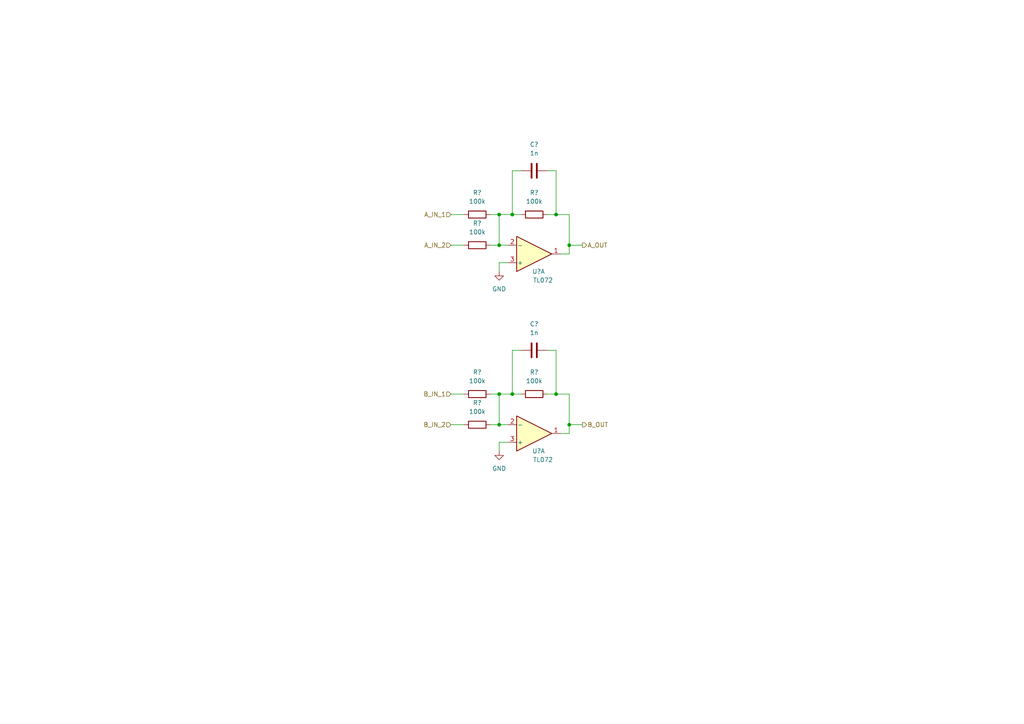
<source format=kicad_sch>
(kicad_sch (version 20211123) (generator eeschema)
  (paper "A4")
  (lib_symbols
    (symbol "Amplifier_Operational:TL072" (pin_names (offset 0.127))
      (property "Reference" "U" (at 0 5.08 0))
      (property "Value" "TL072" (at 0 -5.08 0))
      (symbol "TL072_1_1"
        (polyline (pts (xy -5.08 5.08) (xy 5.08 0) (xy -5.08 -5.08) (xy -5.08 5.08)) (stroke (width 0.254)) (fill (type background)))
        (pin output line (at 7.62 0 180) (length 2.54) (name "~") (number "1"))
        (pin input line (at -7.62 -2.54 0) (length 2.54) (name "-") (number "2"))
        (pin input line (at -7.62 2.54 0) (length 2.54) (name "+") (number "3"))
      )
      (symbol "TL072_2_1"
        (polyline (pts (xy -5.08 5.08) (xy 5.08 0) (xy -5.08 -5.08) (xy -5.08 5.08)) (stroke (width 0.254)) (fill (type background)))
        (pin input line (at -7.62 2.54 0) (length 2.54) (name "+") (number "5"))
        (pin input line (at -7.62 -2.54 0) (length 2.54) (name "-") (number "6"))
        (pin output line (at 7.62 0 180) (length 2.54) (name "~") (number "7"))
      )
      (symbol "TL072_3_1"
        (pin power_in line (at -2.54 -7.62 90) (length 3.81) (name "V-") (number "4"))
        (pin power_in line (at -2.54 7.62 270) (length 3.81) (name "V+") (number "8"))
      )
    )
    (symbol "Device:C" (pin_numbers hide) (pin_names (offset 0.254))
      (property "Reference" "C" (at 0.635 2.54 0))
      (property "Value" "C" (at 0.635 -2.54 0))
      (symbol "C_0_1"
        (polyline (pts (xy -2.032 -0.762) (xy 2.032 -0.762)) (stroke (width 0.508)))
        (polyline (pts (xy -2.032 0.762) (xy 2.032 0.762)) (stroke (width 0.508)))
      )
      (symbol "C_1_1"
        (pin passive line (at 0 3.81 270) (length 2.794) (name "~") (number "1"))
        (pin passive line (at 0 -3.81 90) (length 2.794) (name "~") (number "2"))
      )
    )
    (symbol "Device:R" (pin_numbers hide) (pin_names (offset 0))
      (property "Reference" "R" (at 2.032 0 90))
      (property "Value" "R" (at 0 0 90))
      (symbol "R_0_1"
        (rectangle (start -1.016 -2.54) (end 1.016 2.54) (stroke (width 0.254)))
      )
      (symbol "R_1_1"
        (pin passive line (at 0 3.81 270) (length 1.27) (name "~") (number "1"))
        (pin passive line (at 0 -3.81 90) (length 1.27) (name "~") (number "2"))
      )
    )
    (symbol "power:GND" (power) (pin_names (offset 0))
      (property "Value" "GND" (at 0 -3.81 0))
      (symbol "GND_0_1"
        (polyline (pts (xy 0 0) (xy 0 -1.27) (xy 1.27 -1.27) (xy 0 -2.54) (xy -1.27 -1.27) (xy 0 -1.27)))
      )
      (symbol "GND_1_1"
        (pin power_in line (at 0 0 270) (length 0) hide (name "GND") (number "1"))
      )
    )
  )
  (junction (at 161.29 62.23))
  (junction (at 165.1 123.19))
  (junction (at 144.78 71.12))
  (junction (at 165.1 71.12))
  (junction (at 144.78 123.19))
  (junction (at 148.59 62.23))
  (junction (at 161.29 114.3))
  (junction (at 144.78 62.23))
  (junction (at 144.78 114.3))
  (junction (at 148.59 114.3))
  (wire (pts (xy 162.56 125.73) (xy 165.1 125.73)))
  (wire (pts (xy 144.78 62.23) (xy 148.59 62.23)))
  (wire (pts (xy 165.1 123.19) (xy 168.91 123.19)))
  (wire (pts (xy 142.24 62.23) (xy 144.78 62.23)))
  (wire (pts (xy 144.78 128.27) (xy 147.32 128.27)))
  (wire (pts (xy 144.78 114.3) (xy 144.78 123.19)))
  (wire (pts (xy 130.81 62.23) (xy 134.62 62.23)))
  (wire (pts (xy 147.32 71.12) (xy 144.78 71.12)))
  (wire (pts (xy 161.29 49.53) (xy 161.29 62.23)))
  (wire (pts (xy 161.29 101.6) (xy 161.29 114.3)))
  (wire (pts (xy 148.59 101.6) (xy 148.59 114.3)))
  (wire (pts (xy 165.1 71.12) (xy 168.91 71.12)))
  (wire (pts (xy 144.78 114.3) (xy 148.59 114.3)))
  (wire (pts (xy 148.59 49.53) (xy 148.59 62.23)))
  (wire (pts (xy 142.24 114.3) (xy 144.78 114.3)))
  (wire (pts (xy 158.75 101.6) (xy 161.29 101.6)))
  (wire (pts (xy 130.81 123.19) (xy 134.62 123.19)))
  (wire (pts (xy 161.29 114.3) (xy 158.75 114.3)))
  (wire (pts (xy 144.78 76.2) (xy 147.32 76.2)))
  (wire (pts (xy 165.1 123.19) (xy 165.1 114.3)))
  (wire (pts (xy 165.1 62.23) (xy 161.29 62.23)))
  (wire (pts (xy 161.29 62.23) (xy 158.75 62.23)))
  (wire (pts (xy 144.78 62.23) (xy 144.78 71.12)))
  (wire (pts (xy 148.59 114.3) (xy 151.13 114.3)))
  (wire (pts (xy 165.1 71.12) (xy 165.1 62.23)))
  (wire (pts (xy 148.59 62.23) (xy 151.13 62.23)))
  (wire (pts (xy 130.81 71.12) (xy 134.62 71.12)))
  (wire (pts (xy 130.81 114.3) (xy 134.62 114.3)))
  (wire (pts (xy 151.13 101.6) (xy 148.59 101.6)))
  (wire (pts (xy 162.56 73.66) (xy 165.1 73.66)))
  (wire (pts (xy 158.75 49.53) (xy 161.29 49.53)))
  (wire (pts (xy 144.78 78.74) (xy 144.78 76.2)))
  (wire (pts (xy 165.1 125.73) (xy 165.1 123.19)))
  (wire (pts (xy 147.32 123.19) (xy 144.78 123.19)))
  (wire (pts (xy 151.13 49.53) (xy 148.59 49.53)))
  (wire (pts (xy 165.1 73.66) (xy 165.1 71.12)))
  (wire (pts (xy 142.24 71.12) (xy 144.78 71.12)))
  (wire (pts (xy 144.78 130.81) (xy 144.78 128.27)))
  (wire (pts (xy 142.24 123.19) (xy 144.78 123.19)))
  (wire (pts (xy 165.1 114.3) (xy 161.29 114.3)))
  (hierarchical_label "A_OUT" (shape output) (at 168.91 71.12 0))
  (hierarchical_label "B_IN_2" (shape input) (at 130.81 123.19 180))
  (hierarchical_label "A_IN_1" (shape input) (at 130.81 62.23 180))
  (hierarchical_label "A_IN_2" (shape input) (at 130.81 71.12 180))
  (hierarchical_label "B_OUT" (shape output) (at 168.91 123.19 0))
  (hierarchical_label "B_IN_1" (shape input) (at 130.81 114.3 180))
  (symbol (lib_id "Device:R") (at 138.43 71.12 90) (unit 1)
    (property "Reference" "R?" (at 138.43 64.77 90))
    (property "Value" "100k" (at 138.43 67.31 90))
  )
  (symbol (lib_id "Device:R") (at 138.43 62.23 90) (unit 1)
    (property "Reference" "R?" (at 138.43 55.88 90))
    (property "Value" "100k" (at 138.43 58.42 90))
  )
  (symbol (lib_id "Device:C") (at 154.94 101.6 90) (unit 1)
    (property "Reference" "C?" (at 154.94 93.98 90))
    (property "Value" "1n" (at 154.94 96.52 90))
  )
  (symbol (lib_id "power:GND") (at 144.78 78.74 0) (unit 1)
    (property "Reference" "#PWR?" (effects hide))
    (property "Value" "GND" (at 144.78 83.82 0))
  )
  (symbol (lib_id "power:GND") (at 144.78 130.81 0) (unit 1)
    (property "Reference" "#PWR?" (effects hide))
    (property "Value" "GND" (at 144.78 135.89 0))
  )
  (symbol (lib_id "Device:R") (at 154.94 114.3 90) (unit 1)
    (property "Reference" "R?" (at 154.94 107.95 90))
    (property "Value" "100k" (at 154.94 110.49 90))
  )
  (symbol (lib_id "Amplifier_Operational:TL072") (at 154.94 73.66 0) (mirror x) (unit 1)
    (property "Reference" "U?" (at 156.21 78.74 0))
    (property "Value" "TL072" (at 157.48 81.28 0))
    (property "Datasheet" "http://www.ti.com/lit/ds/symlink/tl071.pdf" (effects hide))
  )
  (symbol (lib_id "Device:R") (at 154.94 62.23 90) (unit 1)
    (property "Reference" "R?" (at 154.94 55.88 90))
    (property "Value" "100k" (at 154.94 58.42 90))
  )
  (symbol (lib_id "Device:C") (at 154.94 49.53 90) (unit 1)
    (property "Reference" "C?" (at 154.94 41.91 90))
    (property "Value" "1n" (at 154.94 44.45 90))
  )
  (symbol (lib_id "Device:R") (at 138.43 123.19 90) (unit 1)
    (property "Reference" "R?" (at 138.43 116.84 90))
    (property "Value" "100k" (at 138.43 119.38 90))
  )
  (symbol (lib_id "Device:R") (at 138.43 114.3 90) (unit 1)
    (property "Reference" "R?" (at 138.43 107.95 90))
    (property "Value" "100k" (at 138.43 110.49 90))
  )
  (symbol (lib_id "Amplifier_Operational:TL072") (at 154.94 125.73 0) (mirror x) (unit 1)
    (property "Reference" "U?" (at 156.21 130.81 0))
    (property "Value" "TL072" (at 157.48 133.35 0))
    (property "Datasheet" "http://www.ti.com/lit/ds/symlink/tl071.pdf" (effects hide))
  )
)
</source>
